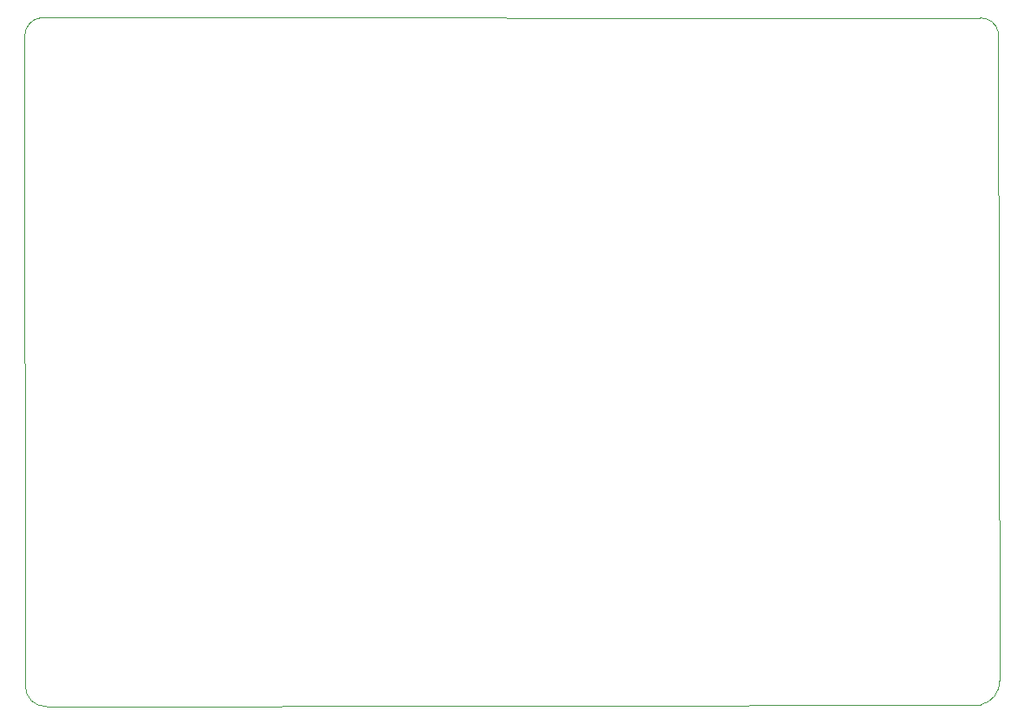
<source format=gbr>
%TF.GenerationSoftware,KiCad,Pcbnew,8.0.6*%
%TF.CreationDate,2025-01-12T20:29:38+06:00*%
%TF.ProjectId,zynq_soc_board_v1,7a796e71-5f73-46f6-935f-626f6172645f,rev?*%
%TF.SameCoordinates,Original*%
%TF.FileFunction,Profile,NP*%
%FSLAX46Y46*%
G04 Gerber Fmt 4.6, Leading zero omitted, Abs format (unit mm)*
G04 Created by KiCad (PCBNEW 8.0.6) date 2025-01-12 20:29:38*
%MOMM*%
%LPD*%
G01*
G04 APERTURE LIST*
%TA.AperFunction,Profile*%
%ADD10C,0.050000*%
%TD*%
G04 APERTURE END LIST*
D10*
X205888316Y-57472844D02*
G75*
G02*
X207660082Y-58849982I52584J-1760656D01*
G01*
X114625427Y-124797601D02*
G75*
G02*
X112570040Y-122810000I-73727J1980301D01*
G01*
X112570000Y-122810000D02*
X112502794Y-59231105D01*
X207801392Y-122250282D02*
G75*
G02*
X205920007Y-124630034I-2348592J-76818D01*
G01*
X205920000Y-124630000D02*
X114625218Y-124791979D01*
X112502794Y-59231105D02*
G75*
G02*
X114108214Y-57455687I1809406J-22595D01*
G01*
X207660000Y-58850000D02*
X207801392Y-122250282D01*
X114108207Y-57455621D02*
X205888316Y-57472844D01*
M02*

</source>
